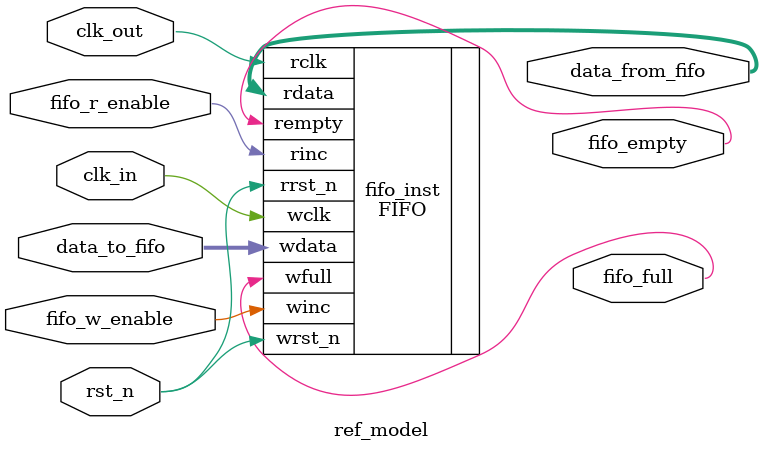
<source format=v>

module ref_model(
    input clk_in,
    input clk_out,
    input rst_n,
    input fifo_w_enable,
    input fifo_r_enable,
    input [139:0] data_to_fifo,
    output reg [139:0] data_from_fifo,
    output reg fifo_empty,
    output reg fifo_full
);

    // param
    parameter DSIZE = 140; // Data size
    parameter ASIZE = 2;   // Address size

    FIFO #(DSIZE, ASIZE) fifo_inst (
        .rdata(data_from_fifo),
        .wfull(fifo_full),
        .rempty(fifo_empty),
        .wdata(data_to_fifo),
        .winc(fifo_w_enable),
        .wclk(clk_in),
        .wrst_n(rst_n),
        .rinc(fifo_r_enable),
        .rclk(clk_out),
        .rrst_n(rst_n)
    );
endmodule
</source>
